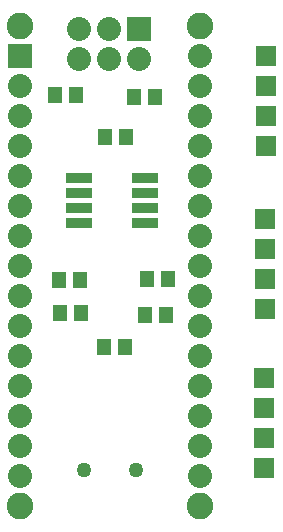
<source format=gbr>
G04 DesignSpark PCB Gerber Version 11.0 Build 5877*
G04 #@! TF.Part,Single*
G04 #@! TF.FileFunction,Soldermask,Bot*
G04 #@! TF.FilePolarity,Negative*
%FSLAX35Y35*%
%MOIN*%
G04 #@! TA.AperFunction,SMDPad,CuDef*
%ADD25R,0.04940X0.05330*%
G04 #@! TA.AperFunction,ComponentPad*
%ADD19R,0.07000X0.07000*%
%ADD15R,0.08000X0.08000*%
%ADD17C,0.05000*%
%ADD16C,0.08000*%
%ADD18C,0.08874*%
G04 #@! TA.AperFunction,SMDPad,CuDef*
%ADD24R,0.09000X0.03500*%
G04 #@! TD.AperFunction*
X0Y0D02*
D02*
D15*
X9416Y161938D03*
X49202Y170750D03*
D02*
D16*
X9416Y21938D03*
Y31938D03*
Y41938D03*
Y51938D03*
Y61938D03*
Y71938D03*
Y81938D03*
Y91938D03*
Y101938D03*
Y111938D03*
Y121938D03*
Y131938D03*
Y141938D03*
Y151938D03*
X29202Y160750D03*
Y170750D03*
X39202Y160750D03*
Y170750D03*
X49202Y160750D03*
X69402Y21900D03*
Y31900D03*
Y41900D03*
Y51900D03*
Y61900D03*
Y71900D03*
Y81900D03*
Y91900D03*
Y101900D03*
Y111900D03*
Y121900D03*
Y131900D03*
Y141900D03*
Y151900D03*
Y161900D03*
D02*
D17*
X30742Y23833D03*
X48065D03*
D02*
D18*
X9402Y11900D03*
Y171900D03*
X69402Y11900D03*
Y171900D03*
D02*
D19*
X90757Y24433D03*
Y34433D03*
Y44433D03*
Y54433D03*
X91141Y77583D03*
Y87583D03*
Y97583D03*
Y107583D03*
X91466Y131933D03*
Y141933D03*
Y151933D03*
Y161933D03*
D02*
D24*
X28970Y106382D03*
Y111382D03*
Y116382D03*
Y121382D03*
X50970Y106382D03*
Y111382D03*
Y116382D03*
Y121382D03*
D02*
D25*
X21116Y148921D03*
X22297Y87110D03*
X22691Y76087D03*
X28116Y148921D03*
X29297Y87110D03*
X29691Y76087D03*
X37257Y65063D03*
X37651Y134748D03*
X44257Y65063D03*
X44651Y134748D03*
X47494Y148134D03*
X51037Y75693D03*
X51824Y87504D03*
X54494Y148134D03*
X58037Y75693D03*
X58824Y87504D03*
X0Y0D02*
M02*

</source>
